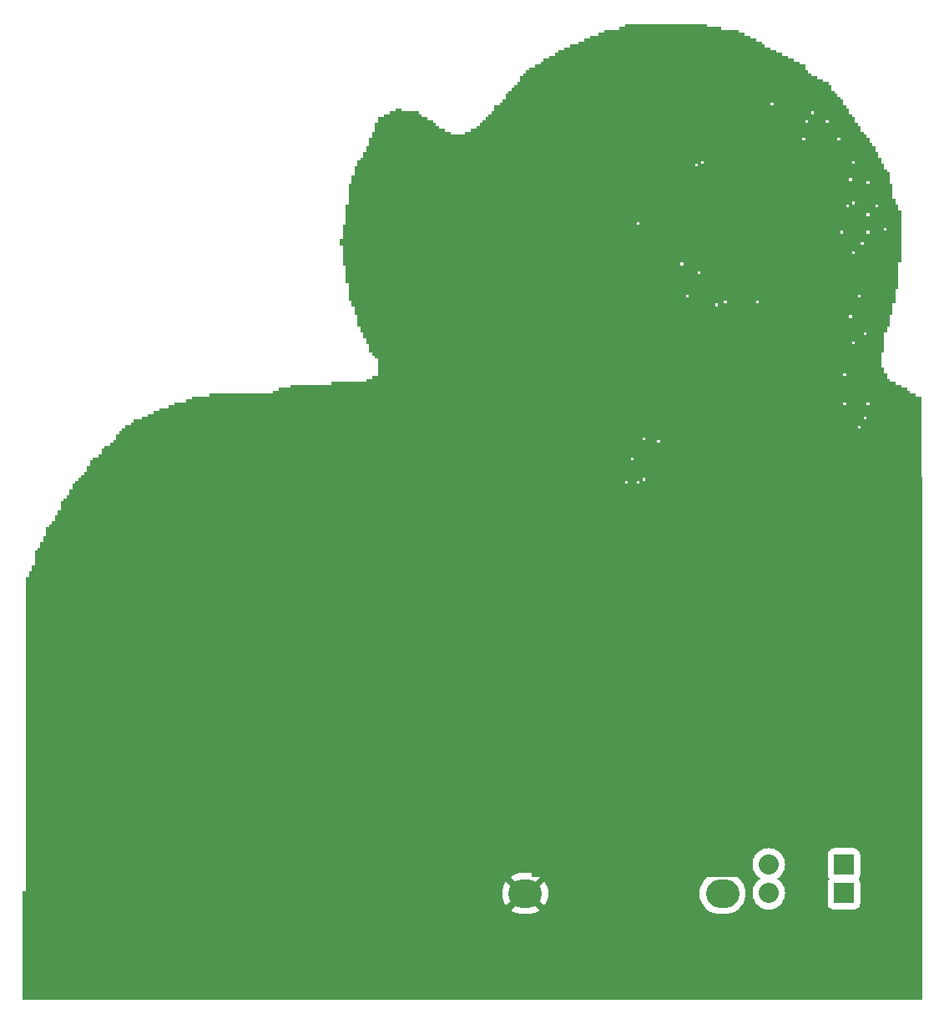
<source format=gtl>
G04 start of page 2 for group 3 layer_idx 0 *
G04 Title: (unknown), top_copper *
G04 Creator: pcb-rnd 3.1.5-dev *
G04 CreationDate: 2024-03-25 20:10:40 UTC *
G04 For: STEM4ukraine *
G04 Format: Gerber/RS-274X *
G04 PCB-Dimensions: 362205 393701 *
G04 PCB-Coordinate-Origin: lower left *
%MOIN*%
%FSLAX25Y25*%
%LNTOP_COPPER_NONE_3*%
%ADD16C,0.0335*%
%ADD15C,0.0394*%
%ADD14C,0.1220*%
%ADD13C,0.1142*%
%ADD12C,0.0800*%
%ADD11C,0.0001*%
G54D11*G36*
X334646Y210630D02*X361220D01*
Y1969D01*
X330000D01*
Y37988D01*
X333902D01*
X334000Y37980D01*
X334392Y38011D01*
X334392Y38011D01*
X334775Y38103D01*
X335138Y38254D01*
X335474Y38459D01*
X335773Y38715D01*
X336029Y39014D01*
X336234Y39350D01*
X336385Y39713D01*
X336477Y40096D01*
X336508Y40488D01*
X336500Y40586D01*
Y48390D01*
X336508Y48488D01*
X336477Y48880D01*
X336477Y48880D01*
X336385Y49263D01*
X336234Y49627D01*
X336029Y49962D01*
X335828Y50197D01*
X336029Y50432D01*
X336234Y50767D01*
X336385Y51131D01*
X336477Y51513D01*
X336508Y51906D01*
X336500Y52004D01*
Y59808D01*
X336508Y59906D01*
X336477Y60298D01*
X336477Y60298D01*
X336385Y60680D01*
X336234Y61044D01*
X336029Y61380D01*
X335773Y61679D01*
X335474Y61934D01*
X335138Y62140D01*
X334775Y62290D01*
X334392Y62382D01*
X334000Y62413D01*
X333902Y62406D01*
X330000D01*
Y205241D01*
X334646Y210630D01*
G37*
G36*
X330000Y205241D02*Y62406D01*
X326098D01*
X326000Y62413D01*
X325608Y62382D01*
X325608Y62382D01*
X325225Y62290D01*
X324862Y62140D01*
X324526Y61934D01*
X324227Y61679D01*
X323971Y61380D01*
X323766Y61044D01*
X323615Y60680D01*
X323523Y60298D01*
X323492Y59906D01*
X323500Y59808D01*
Y52003D01*
X323492Y51906D01*
X323523Y51513D01*
X323523Y51513D01*
X323615Y51131D01*
X323766Y50767D01*
X323971Y50432D01*
X324172Y50197D01*
X323971Y49962D01*
X323766Y49627D01*
X323615Y49263D01*
X323523Y48880D01*
X323492Y48488D01*
X323500Y48390D01*
Y40586D01*
X323492Y40488D01*
X323523Y40096D01*
X323523Y40096D01*
X323615Y39713D01*
X323766Y39350D01*
X323971Y39014D01*
X324227Y38715D01*
X324526Y38459D01*
X324862Y38254D01*
X325225Y38103D01*
X325608Y38011D01*
X326000Y37980D01*
X326098Y37988D01*
X330000D01*
Y1969D01*
X299990D01*
Y37969D01*
X300000Y37968D01*
X301020Y38048D01*
X302015Y38287D01*
X302960Y38679D01*
X303832Y39213D01*
X304610Y39878D01*
X305275Y40656D01*
X305809Y41528D01*
X306201Y42473D01*
X306440Y43468D01*
X306500Y44488D01*
X306440Y45508D01*
X306201Y46503D01*
X305809Y47448D01*
X305275Y48321D01*
X304610Y49099D01*
X303832Y49763D01*
X303124Y50197D01*
X303832Y50631D01*
X304610Y51295D01*
X305275Y52073D01*
X305809Y52945D01*
X306201Y53891D01*
X306440Y54886D01*
X306500Y55906D01*
X306440Y56925D01*
X306201Y57920D01*
X305809Y58866D01*
X305275Y59738D01*
X304610Y60516D01*
X303832Y61180D01*
X302960Y61715D01*
X302015Y62106D01*
X301020Y62345D01*
X300000Y62426D01*
X299990Y62425D01*
Y170429D01*
X330000Y205241D01*
G37*
G36*
X285433Y55118D02*Y153543D01*
X299990Y170429D01*
Y62425D01*
X298980Y62345D01*
X297985Y62106D01*
X297040Y61715D01*
X296168Y61180D01*
X295390Y60516D01*
X294725Y59738D01*
X294191Y58866D01*
X293799Y57920D01*
X293560Y56925D01*
X293480Y55906D01*
X293560Y54886D01*
X293799Y53891D01*
X294191Y52945D01*
X294725Y52073D01*
X295390Y51295D01*
X296168Y50631D01*
X296876Y50197D01*
X296168Y49763D01*
X295390Y49099D01*
X294725Y48321D01*
X294191Y47448D01*
X293799Y46503D01*
X293560Y45508D01*
X293480Y44488D01*
X293560Y43468D01*
X293799Y42473D01*
X294191Y41528D01*
X294725Y40656D01*
X295390Y39878D01*
X296168Y39213D01*
X297040Y38679D01*
X297985Y38287D01*
X298980Y38048D01*
X299990Y37969D01*
Y1969D01*
X281496D01*
Y36083D01*
X282480D01*
X283768Y36159D01*
X285025Y36460D01*
X286218Y36955D01*
X287320Y37630D01*
X288303Y38469D01*
X289142Y39452D01*
X289817Y40553D01*
X290311Y41747D01*
X290613Y43003D01*
X290714Y44291D01*
X290613Y45579D01*
X290311Y46836D01*
X289817Y48029D01*
X289142Y49131D01*
X288303Y50114D01*
X287320Y50953D01*
X286218Y51628D01*
X285025Y52122D01*
X283768Y52424D01*
X282480Y52500D01*
X281496D01*
Y55118D01*
X285433D01*
G37*
G36*
X281496D02*Y52500D01*
X280512D01*
X279224Y52424D01*
X277967Y52122D01*
X276774Y51628D01*
X275672Y50953D01*
X274690Y50114D01*
X273850Y49131D01*
X273175Y48029D01*
X272681Y46836D01*
X272379Y45579D01*
X272278Y44291D01*
X272379Y43003D01*
X272681Y41747D01*
X273175Y40553D01*
X273850Y39452D01*
X274690Y38469D01*
X275672Y37630D01*
X276774Y36955D01*
X277967Y36460D01*
X279224Y36159D01*
X280512Y36083D01*
X281496D01*
Y1969D01*
X208741D01*
Y41058D01*
X210377Y39422D01*
X210402Y39452D01*
X211077Y40553D01*
X211571Y41747D01*
X211873Y43003D01*
X211974Y44291D01*
X211873Y45579D01*
X211571Y46836D01*
X211077Y48029D01*
X210402Y49131D01*
X210377Y49160D01*
X208741Y47524D01*
Y55118D01*
X281496D01*
G37*
G36*
X208661Y92520D02*Y55118D01*
X208741D01*
Y47524D01*
X205508Y44291D01*
X208741Y41058D01*
Y1969D01*
X202756D01*
Y36083D01*
X203740D01*
X205028Y36159D01*
X206285Y36460D01*
X207478Y36955D01*
X208580Y37630D01*
X208609Y37655D01*
X202891Y43373D01*
X202854Y43405D01*
X202756Y43519D01*
X202756Y43519D01*
Y45064D01*
X202756Y45064D01*
X202854Y45178D01*
X202891Y45210D01*
X208609Y50928D01*
X208580Y50953D01*
X207478Y51628D01*
X206285Y52122D01*
X205028Y52424D01*
X203740Y52500D01*
X202756D01*
Y86614D01*
X208661Y92520D01*
G37*
G36*
X202756Y86614D02*Y52500D01*
X201772D01*
X200484Y52424D01*
X199227Y52122D01*
X198034Y51628D01*
X196932Y50953D01*
X196903Y50928D01*
X202621Y45210D01*
X202658Y45178D01*
X202756Y45064D01*
Y43519D01*
X202658Y43405D01*
X202621Y43373D01*
X196903Y37655D01*
X196932Y37630D01*
X198034Y36955D01*
X199227Y36460D01*
X200484Y36159D01*
X201772Y36083D01*
X202756D01*
Y1969D01*
X196771D01*
Y41058D01*
X200004Y44291D01*
X196771Y47524D01*
Y80629D01*
X202756Y86614D01*
G37*
G36*
X1969Y45276D02*X161417D01*
X196771Y80629D01*
Y47524D01*
X195135Y49160D01*
X195110Y49131D01*
X194435Y48029D01*
X193941Y46836D01*
X193639Y45579D01*
X193538Y44291D01*
X193639Y43003D01*
X193941Y41747D01*
X194435Y40553D01*
X195110Y39452D01*
X195135Y39422D01*
X196771Y41058D01*
Y1969D01*
X1969D01*
Y45276D01*
G37*
G36*
X275148Y391348D02*Y390148D01*
X242589D01*
Y391348D01*
X275148D01*
G37*
G36*
X280955Y390187D02*Y388986D01*
X240266D01*
Y390187D01*
X280955D01*
G37*
G36*
X292569Y386703D02*Y385502D01*
X228652D01*
Y386703D01*
X292569D01*
G37*
G36*
X287923Y389026D02*Y387825D01*
X234459D01*
Y389026D01*
X287923D01*
G37*
G36*
X290246Y387864D02*Y386663D01*
X232136D01*
Y387864D01*
X290246D01*
G37*
G36*
X294892Y385541D02*Y384341D01*
X226329D01*
Y385541D01*
X294892D01*
G37*
G36*
X297215Y384380D02*Y383179D01*
X224006D01*
Y384380D01*
X297215D01*
G37*
G36*
X298376Y383218D02*Y382018D01*
X220522D01*
Y383218D01*
X298376D01*
G37*
G36*
X300699Y382057D02*Y380856D01*
X218199D01*
Y382057D01*
X300699D01*
G37*
G36*
X303022Y380896D02*Y379695D01*
X215876D01*
Y380896D01*
X303022D01*
G37*
G36*
X305345Y379734D02*Y378533D01*
X214715D01*
Y379734D01*
X305345D01*
G37*
G36*
X307667Y378573D02*Y377372D01*
X212392D01*
Y378573D01*
X307667D01*
G37*
G36*
X309990Y377411D02*Y376211D01*
X210069D01*
Y377411D01*
X309990D01*
G37*
G36*
X312313Y376250D02*Y375049D01*
X208908D01*
Y376250D01*
X312313D01*
G37*
G36*
X314636Y375089D02*Y373888D01*
X206585D01*
Y375089D01*
X314636D01*
G37*
G36*
Y373927D02*Y372726D01*
X204262D01*
Y373927D01*
X314636D01*
G37*
G36*
X315797Y372766D02*Y371565D01*
X203100D01*
Y372766D01*
X315797D01*
G37*
G36*
X316959Y371604D02*Y370404D01*
X201939D01*
Y371604D01*
X316959D01*
G37*
G36*
X319282Y370443D02*Y369242D01*
X200778D01*
Y370443D01*
X319282D01*
G37*
G36*
X321604Y369282D02*Y368081D01*
X200778D01*
Y369282D01*
X321604D01*
G37*
G36*
X323927Y368120D02*Y366919D01*
X199616D01*
Y368120D01*
X323927D01*
G37*
G36*
X325089Y366959D02*Y365758D01*
X198455D01*
Y366959D01*
X325089D01*
G37*
G36*
Y365797D02*Y364596D01*
X197293D01*
Y365797D01*
X325089D01*
G37*
G36*
X326250Y364636D02*Y363435D01*
X196132D01*
Y364636D01*
X326250D01*
G37*
G36*
X327412Y363474D02*Y362274D01*
X194971D01*
Y363474D01*
X327412D01*
G37*
G36*
X328573Y362313D02*Y361112D01*
X194971D01*
Y362313D01*
X328573D01*
G37*
G36*
X329734Y361152D02*Y359951D01*
X193809D01*
Y361152D01*
X329734D01*
G37*
G36*
X300699Y359990D02*Y358789D01*
X192648D01*
Y359990D01*
X300699D01*
G37*
G36*
X329734D02*Y358789D01*
X301821D01*
Y359990D01*
X329734D01*
G37*
G36*
X330896Y358829D02*Y357628D01*
X190325D01*
Y358829D01*
X330896D01*
G37*
G36*
X332057Y357667D02*Y356467D01*
X190325D01*
Y357667D01*
X332057D01*
G37*
G36*
X316959Y356506D02*Y355305D01*
X189163D01*
Y356506D01*
X316959D01*
G37*
G36*
X333219Y355344D02*Y354144D01*
X188002D01*
Y355344D01*
X333219D01*
G37*
G36*
X332057Y356506D02*Y355305D01*
X318081D01*
Y356506D01*
X332057D01*
G37*
G36*
X334380Y354183D02*Y352982D01*
X186841D01*
Y354183D01*
X334380D01*
G37*
G36*
X314636Y353022D02*Y351821D01*
X185679D01*
Y353022D01*
X314636D01*
G37*
G36*
X322766D02*Y351821D01*
X315758D01*
Y353022D01*
X322766D01*
G37*
G36*
X334380D02*Y351821D01*
X323888D01*
Y353022D01*
X334380D01*
G37*
G36*
X335542Y351860D02*Y350659D01*
X184518D01*
Y351860D01*
X335542D01*
G37*
G36*
X336703Y350699D02*Y349498D01*
X183356D01*
Y350699D01*
X336703D01*
G37*
G36*
Y349537D02*Y348337D01*
X181034D01*
Y349537D01*
X336703D01*
G37*
G36*
X339026Y347215D02*Y346014D01*
X141545D01*
Y347215D01*
X339026D01*
G37*
G36*
X313475Y346053D02*Y344852D01*
X140384D01*
Y346053D01*
X313475D01*
G37*
G36*
X327412D02*Y344852D01*
X314597D01*
Y346053D01*
X327412D01*
G37*
G36*
X337864Y348376D02*Y347175D01*
X178711D01*
Y348376D01*
X337864D01*
G37*
G36*
X340187Y346053D02*Y344852D01*
X328534D01*
Y346053D01*
X340187D01*
G37*
G36*
Y344892D02*Y343691D01*
X140384D01*
Y344892D01*
X340187D01*
G37*
G36*
X341349Y343730D02*Y342530D01*
X140384D01*
Y343730D01*
X341349D01*
G37*
G36*
X342510Y342569D02*Y341368D01*
X139223D01*
Y342569D01*
X342510D01*
G37*
G36*
Y341407D02*Y340207D01*
X139223D01*
Y341407D01*
X342510D01*
G37*
G36*
X343671Y340246D02*Y339045D01*
X138061D01*
Y340246D01*
X343671D01*
G37*
G36*
Y339085D02*Y337884D01*
X138061D01*
Y339085D01*
X343671D01*
G37*
G36*
X272825Y336762D02*Y335561D01*
X135738D01*
Y336762D01*
X272825D01*
G37*
G36*
X270502Y335600D02*Y334400D01*
X135738D01*
Y335600D01*
X270502D01*
G37*
G36*
X345994D02*Y334400D01*
X271624D01*
Y335600D01*
X345994D01*
G37*
G36*
X344833Y337923D02*Y336722D01*
X136900D01*
Y337923D01*
X344833D01*
G37*
G36*
X333219Y336762D02*Y335561D01*
X273947D01*
Y336762D01*
X333219D01*
G37*
G36*
X344833D02*Y335561D01*
X334341D01*
Y336762D01*
X344833D01*
G37*
G36*
X345994Y334439D02*Y333238D01*
X134577D01*
Y334439D01*
X345994D01*
G37*
G36*
X347156Y333278D02*Y332077D01*
X134577D01*
Y333278D01*
X347156D01*
G37*
G36*
X348317Y332116D02*Y330915D01*
X134577D01*
Y332116D01*
X348317D01*
G37*
G36*
Y330955D02*Y329754D01*
X133415D01*
Y330955D01*
X348317D01*
G37*
G36*
X332057Y329793D02*Y328593D01*
X133415D01*
Y329793D01*
X332057D01*
G37*
G36*
X339026Y328632D02*Y327431D01*
X133415D01*
Y328632D01*
X339026D01*
G37*
G36*
X348317Y329793D02*Y328593D01*
X333179D01*
Y329793D01*
X348317D01*
G37*
G36*
Y328632D02*Y327431D01*
X340148D01*
Y328632D01*
X348317D01*
G37*
G36*
X349479Y327470D02*Y326270D01*
X132254D01*
Y327470D01*
X349479D01*
G37*
G36*
Y326309D02*Y325108D01*
X132254D01*
Y326309D01*
X349479D01*
G37*
G36*
Y325148D02*Y323947D01*
X132254D01*
Y325148D01*
X349479D01*
G37*
G36*
Y323986D02*Y322785D01*
X132254D01*
Y323986D01*
X349479D01*
G37*
G36*
Y322825D02*Y321624D01*
X132254D01*
Y322825D01*
X349479D01*
G37*
G36*
X350640Y321663D02*Y320463D01*
X132254D01*
Y321663D01*
X350640D01*
G37*
G36*
X333219Y320502D02*Y319301D01*
X132254D01*
Y320502D01*
X333219D01*
G37*
G36*
X330896Y319341D02*Y318140D01*
X131093D01*
Y319341D01*
X330896D01*
G37*
G36*
X351801Y318179D02*Y316978D01*
X131093D01*
Y318179D01*
X351801D01*
G37*
G36*
X350640Y320502D02*Y319301D01*
X334341D01*
Y320502D01*
X350640D01*
G37*
G36*
X342510Y319341D02*Y318140D01*
X332018D01*
Y319341D01*
X342510D01*
G37*
G36*
X351801D02*Y318140D01*
X343632D01*
Y319341D01*
X351801D01*
G37*
G36*
X352963Y317018D02*Y315817D01*
X131093D01*
Y317018D01*
X352963D01*
G37*
G36*
X339026Y315856D02*Y314655D01*
X131093D01*
Y315856D01*
X339026D01*
G37*
G36*
X352963D02*Y314655D01*
X340148D01*
Y315856D01*
X352963D01*
G37*
G36*
Y314695D02*Y313494D01*
X131093D01*
Y314695D01*
X352963D01*
G37*
G36*
X247274Y312372D02*Y311171D01*
X131093D01*
Y312372D01*
X247274D01*
G37*
G36*
X345994Y310049D02*Y308848D01*
X129931D01*
Y310049D01*
X345994D01*
G37*
G36*
X352963D02*Y308848D01*
X347116D01*
Y310049D01*
X352963D01*
G37*
G36*
Y313533D02*Y312333D01*
X131093D01*
Y313533D01*
X352963D01*
G37*
G36*
Y312372D02*Y311171D01*
X248396D01*
Y312372D01*
X352963D01*
G37*
G36*
Y311211D02*Y310010D01*
X129931D01*
Y311211D01*
X352963D01*
G37*
G36*
X328573Y308888D02*Y307687D01*
X129931D01*
Y308888D01*
X328573D01*
G37*
G36*
X339026D02*Y307687D01*
X329695D01*
Y308888D01*
X339026D01*
G37*
G36*
X352963D02*Y307687D01*
X340148D01*
Y308888D01*
X352963D01*
G37*
G36*
Y307726D02*Y306526D01*
X129931D01*
Y307726D01*
X352963D01*
G37*
G36*
Y306565D02*Y305364D01*
X129931D01*
Y306565D01*
X352963D01*
G37*
G36*
Y305404D02*Y304203D01*
X128770D01*
Y305404D01*
X352963D01*
G37*
G36*
X336703Y304242D02*Y303041D01*
X128770D01*
Y304242D01*
X336703D01*
G37*
G36*
X352963D02*Y303041D01*
X337825D01*
Y304242D01*
X352963D01*
G37*
G36*
Y303081D02*Y301880D01*
X129931D01*
Y303081D01*
X352963D01*
G37*
G36*
Y301919D02*Y300718D01*
X129931D01*
Y301919D01*
X352963D01*
G37*
G36*
X333219Y300758D02*Y299557D01*
X129931D01*
Y300758D01*
X333219D01*
G37*
G36*
X352963D02*Y299557D01*
X334341D01*
Y300758D01*
X352963D01*
G37*
G36*
Y299596D02*Y298396D01*
X129931D01*
Y299596D01*
X352963D01*
G37*
G36*
Y298435D02*Y297234D01*
X129931D01*
Y298435D01*
X352963D01*
G37*
G36*
X264695Y296112D02*Y294911D01*
X129931D01*
Y296112D01*
X264695D01*
G37*
G36*
X351801Y294951D02*Y293750D01*
X131093D01*
Y294951D01*
X351801D01*
G37*
G36*
X352963Y297274D02*Y296073D01*
X129931D01*
Y297274D01*
X352963D01*
G37*
G36*
X351801Y296112D02*Y294911D01*
X265817D01*
Y296112D01*
X351801D01*
G37*
G36*
Y293789D02*Y292589D01*
X131093D01*
Y293789D01*
X351801D01*
G37*
G36*
X271664Y292628D02*Y291427D01*
X131093D01*
Y292628D01*
X271664D01*
G37*
G36*
X351801D02*Y291427D01*
X272786D01*
Y292628D01*
X351801D01*
G37*
G36*
Y291467D02*Y290266D01*
X131093D01*
Y291467D01*
X351801D01*
G37*
G36*
Y290305D02*Y289104D01*
X131093D01*
Y290305D01*
X351801D01*
G37*
G36*
Y289144D02*Y287943D01*
X131093D01*
Y289144D01*
X351801D01*
G37*
G36*
Y287982D02*Y286781D01*
X132254D01*
Y287982D01*
X351801D01*
G37*
G36*
X350640Y285659D02*Y284459D01*
X132254D01*
Y285659D01*
X350640D01*
G37*
G36*
X267018Y283337D02*Y282136D01*
X132254D01*
Y283337D01*
X267018D01*
G37*
G36*
X351801Y286821D02*Y285620D01*
X132254D01*
Y286821D01*
X351801D01*
G37*
G36*
X350640Y284498D02*Y283297D01*
X132254D01*
Y284498D01*
X350640D01*
G37*
G36*
X335542Y283337D02*Y282136D01*
X268140D01*
Y283337D01*
X335542D01*
G37*
G36*
X350640D02*Y282136D01*
X336664D01*
Y283337D01*
X350640D01*
G37*
G36*
Y282175D02*Y280974D01*
X132254D01*
Y282175D01*
X350640D01*
G37*
G36*
X282116Y281014D02*Y279813D01*
X133415D01*
Y281014D01*
X282116D01*
G37*
G36*
X278632Y279852D02*Y278651D01*
X133415D01*
Y279852D01*
X278632D01*
G37*
G36*
X349479Y278691D02*Y277490D01*
X134577D01*
Y278691D01*
X349479D01*
G37*
G36*
Y277529D02*Y276329D01*
X134577D01*
Y277529D01*
X349479D01*
G37*
G36*
Y276368D02*Y275167D01*
X134577D01*
Y276368D01*
X349479D01*
G37*
G36*
X332057Y275207D02*Y274006D01*
X135738D01*
Y275207D01*
X332057D01*
G37*
G36*
X348317D02*Y274006D01*
X333179D01*
Y275207D01*
X348317D01*
G37*
G36*
Y274045D02*Y272844D01*
X135738D01*
Y274045D01*
X348317D01*
G37*
G36*
Y272884D02*Y271683D01*
X135738D01*
Y272884D01*
X348317D01*
G37*
G36*
Y271722D02*Y270522D01*
X135738D01*
Y271722D01*
X348317D01*
G37*
G36*
X347156Y270561D02*Y269360D01*
X136900D01*
Y270561D01*
X347156D01*
G37*
G36*
X337864Y268238D02*Y267037D01*
X138061D01*
Y268238D01*
X337864D01*
G37*
G36*
X345994Y267077D02*Y265876D01*
X138061D01*
Y267077D01*
X345994D01*
G37*
G36*
X347156Y269400D02*Y268199D01*
X136900D01*
Y269400D01*
X347156D01*
G37*
G36*
X345994Y268238D02*Y267037D01*
X338986D01*
Y268238D01*
X345994D01*
G37*
G36*
Y265915D02*Y264714D01*
X139223D01*
Y265915D01*
X345994D01*
G37*
G36*
X333219Y264754D02*Y263553D01*
X139223D01*
Y264754D01*
X333219D01*
G37*
G36*
X345994D02*Y263553D01*
X334341D01*
Y264754D01*
X345994D01*
G37*
G36*
Y263592D02*Y262392D01*
X140384D01*
Y263592D01*
X345994D01*
G37*
G36*
Y262431D02*Y261230D01*
X140384D01*
Y262431D01*
X345994D01*
G37*
G36*
Y261270D02*Y260069D01*
X140384D01*
Y261270D01*
X345994D01*
G37*
G36*
X344833Y260108D02*Y258907D01*
X141545D01*
Y260108D01*
X344833D01*
G37*
G36*
Y258947D02*Y257746D01*
X142707D01*
Y258947D01*
X344833D01*
G37*
G36*
Y257785D02*Y256585D01*
X143868D01*
Y257785D01*
X344833D01*
G37*
G36*
Y256624D02*Y255423D01*
X143868D01*
Y256624D01*
X344833D01*
G37*
G36*
Y255462D02*Y254262D01*
X143868D01*
Y255462D01*
X344833D01*
G37*
G36*
X345994Y254301D02*Y253100D01*
X143868D01*
Y254301D01*
X345994D01*
G37*
G36*
Y253140D02*Y251939D01*
X143868D01*
Y253140D01*
X345994D01*
G37*
G36*
X329734Y251978D02*Y250777D01*
X143868D01*
Y251978D01*
X329734D01*
G37*
G36*
X347156D02*Y250777D01*
X330856D01*
Y251978D01*
X347156D01*
G37*
G36*
Y250817D02*Y249616D01*
X141545D01*
Y250817D01*
X347156D01*
G37*
G36*
X348317Y249655D02*Y248455D01*
X139223D01*
Y249655D01*
X348317D01*
G37*
G36*
X350640Y248494D02*Y247293D01*
X125285D01*
Y248494D01*
X350640D01*
G37*
G36*
X352963Y247333D02*Y246132D01*
X109026D01*
Y247333D01*
X352963D01*
G37*
G36*
X355286Y246171D02*Y244970D01*
X104380D01*
Y246171D01*
X355286D01*
G37*
G36*
X356447Y245010D02*Y243809D01*
X102057D01*
Y245010D01*
X356447D01*
G37*
G36*
X358770Y243848D02*Y242648D01*
X76506D01*
Y243848D01*
X358770D01*
G37*
G36*
X361093Y242687D02*Y241486D01*
X69537D01*
Y242687D01*
X361093D01*
G37*
G36*
Y241525D02*Y240325D01*
X67215D01*
Y241525D01*
X361093D01*
G37*
G36*
X329734Y240364D02*Y239163D01*
X62569D01*
Y240364D01*
X329734D01*
G37*
G36*
X361093Y236880D02*Y235679D01*
X54439D01*
Y236880D01*
X361093D01*
G37*
G36*
X337864Y234557D02*Y233356D01*
X49793D01*
Y234557D01*
X337864D01*
G37*
G36*
X361093D02*Y233356D01*
X338986D01*
Y234557D01*
X361093D01*
G37*
G36*
Y239203D02*Y238002D01*
X60246D01*
Y239203D01*
X361093D01*
G37*
G36*
Y238041D02*Y236840D01*
X56762D01*
Y238041D01*
X361093D01*
G37*
G36*
Y235718D02*Y234518D01*
X52116D01*
Y235718D01*
X361093D01*
G37*
G36*
Y233396D02*Y232195D01*
X46309D01*
Y233396D01*
X361093D01*
G37*
G36*
Y232234D02*Y231033D01*
X45148D01*
Y232234D01*
X361093D01*
G37*
G36*
X335542Y231073D02*Y229872D01*
X42825D01*
Y231073D01*
X335542D01*
G37*
G36*
X361093Y228750D02*Y227549D01*
X40502D01*
Y228750D01*
X361093D01*
G37*
G36*
Y227588D02*Y226388D01*
X39341D01*
Y227588D01*
X361093D01*
G37*
G36*
X249597Y226427D02*Y225226D01*
X39341D01*
Y226427D01*
X249597D01*
G37*
G36*
X255404Y225266D02*Y224065D01*
X38179D01*
Y225266D01*
X255404D01*
G37*
G36*
X361093D02*Y224065D01*
X256526D01*
Y225266D01*
X361093D01*
G37*
G36*
Y229911D02*Y228711D01*
X41663D01*
Y229911D01*
X361093D01*
G37*
G36*
Y226427D02*Y225226D01*
X250719D01*
Y226427D01*
X361093D01*
G37*
G36*
Y224104D02*Y222903D01*
X37018D01*
Y224104D01*
X361093D01*
G37*
G36*
Y222943D02*Y221742D01*
X34695D01*
Y222943D01*
X361093D01*
G37*
G36*
Y221781D02*Y220581D01*
X33534D01*
Y221781D01*
X361093D01*
G37*
G36*
Y219459D02*Y218258D01*
X32372D01*
Y219459D01*
X361093D01*
G37*
G36*
X244951Y218297D02*Y217096D01*
X30049D01*
Y218297D01*
X244951D01*
G37*
G36*
X361093Y217136D02*Y215935D01*
X28888D01*
Y217136D01*
X361093D01*
G37*
G36*
Y220620D02*Y219419D01*
X33534D01*
Y220620D01*
X361093D01*
G37*
G36*
Y218297D02*Y217096D01*
X246073D01*
Y218297D01*
X361093D01*
G37*
G36*
Y215974D02*Y214773D01*
X28888D01*
Y215974D01*
X361093D01*
G37*
G36*
Y214813D02*Y213612D01*
X27726D01*
Y214813D01*
X361093D01*
G37*
G36*
Y213651D02*Y212451D01*
X27726D01*
Y213651D01*
X361093D01*
G37*
G36*
Y212490D02*Y211289D01*
X26565D01*
Y212490D01*
X361093D01*
G37*
G36*
Y211329D02*Y210128D01*
X25404D01*
Y211329D01*
X361093D01*
G37*
G36*
X249597Y210167D02*Y208966D01*
X24242D01*
Y210167D01*
X249597D01*
G37*
G36*
X242628Y209006D02*Y207805D01*
X23081D01*
Y209006D01*
X242628D01*
G37*
G36*
X247274D02*Y207805D01*
X243750D01*
Y209006D01*
X247274D01*
G37*
G36*
X361093Y210167D02*Y208966D01*
X250719D01*
Y210167D01*
X361093D01*
G37*
G36*
Y209006D02*Y207805D01*
X248396D01*
Y209006D01*
X361093D01*
G37*
G36*
Y207844D02*Y206644D01*
X21919D01*
Y207844D01*
X361093D01*
G37*
G36*
Y206683D02*Y205482D01*
X21919D01*
Y206683D01*
X361093D01*
G37*
G36*
Y205522D02*Y204321D01*
X20758D01*
Y205522D01*
X361093D01*
G37*
G36*
Y204360D02*Y203159D01*
X20758D01*
Y204360D01*
X361093D01*
G37*
G36*
Y203199D02*Y201998D01*
X19597D01*
Y203199D01*
X361093D01*
G37*
G36*
X333219Y199714D02*Y198514D01*
X17274D01*
Y199714D01*
X333219D01*
G37*
G36*
Y198553D02*Y197352D01*
X17274D01*
Y198553D01*
X333219D01*
G37*
G36*
Y197392D02*Y196191D01*
X16112D01*
Y197392D01*
X333219D01*
G37*
G36*
Y196230D02*Y195029D01*
X16112D01*
Y196230D01*
X333219D01*
G37*
G36*
Y195069D02*Y193868D01*
X14951D01*
Y195069D01*
X333219D01*
G37*
G36*
X361093Y202037D02*Y200836D01*
X18435D01*
Y202037D01*
X361093D01*
G37*
G36*
Y200876D02*Y199675D01*
X17274D01*
Y200876D01*
X361093D01*
G37*
G36*
X333219Y193907D02*Y192707D01*
X14951D01*
Y193907D01*
X333219D01*
G37*
G36*
Y192746D02*Y191545D01*
X13789D01*
Y192746D01*
X333219D01*
G37*
G36*
Y191585D02*Y190384D01*
X12628D01*
Y191585D01*
X333219D01*
G37*
G36*
Y190423D02*Y189222D01*
X11467D01*
Y190423D01*
X333219D01*
G37*
G36*
Y189262D02*Y188061D01*
X11467D01*
Y189262D01*
X333219D01*
G37*
G36*
Y186939D02*Y185738D01*
X10305D01*
Y186939D01*
X333219D01*
G37*
G36*
Y188100D02*Y186899D01*
X11467D01*
Y188100D01*
X333219D01*
G37*
G36*
Y185777D02*Y184577D01*
X10305D01*
Y185777D01*
X333219D01*
G37*
G36*
Y184616D02*Y183415D01*
X9144D01*
Y184616D01*
X333219D01*
G37*
G36*
Y183455D02*Y182254D01*
X9144D01*
Y183455D01*
X333219D01*
G37*
G36*
Y182293D02*Y181092D01*
X7982D01*
Y182293D01*
X333219D01*
G37*
G36*
Y181132D02*Y179931D01*
X6821D01*
Y181132D01*
X333219D01*
G37*
G36*
Y179970D02*Y178770D01*
X6821D01*
Y179970D01*
X333219D01*
G37*
G36*
Y178809D02*Y177608D01*
X6821D01*
Y178809D01*
X333219D01*
G37*
G36*
Y177647D02*Y176447D01*
X6821D01*
Y177647D01*
X333219D01*
G37*
G36*
Y175325D02*Y174124D01*
X5659D01*
Y175325D01*
X333219D01*
G37*
G36*
Y176486D02*Y175285D01*
X6821D01*
Y176486D01*
X333219D01*
G37*
G36*
Y174163D02*Y172962D01*
X5659D01*
Y174163D01*
X333219D01*
G37*
G36*
Y173002D02*Y171801D01*
X4498D01*
Y173002D01*
X333219D01*
G37*
G36*
X308829Y171840D02*Y170640D01*
X4498D01*
Y171840D01*
X308829D01*
G37*
G36*
Y170679D02*Y169478D01*
X3337D01*
Y170679D01*
X308829D01*
G37*
G36*
Y169518D02*Y168317D01*
X3337D01*
Y169518D01*
X308829D01*
G37*
G36*
Y168356D02*Y167155D01*
X3337D01*
Y168356D01*
X308829D01*
G37*
G36*
Y167195D02*Y165994D01*
X3337D01*
Y167195D01*
X308829D01*
G37*
G36*
Y166033D02*Y164833D01*
X3337D01*
Y166033D01*
X308829D01*
G37*
G36*
Y164872D02*Y163671D01*
X3337D01*
Y164872D01*
X308829D01*
G37*
G36*
Y163710D02*Y162510D01*
X3337D01*
Y163710D01*
X308829D01*
G37*
G36*
Y162549D02*Y161348D01*
X3337D01*
Y162549D01*
X308829D01*
G37*
G36*
Y161388D02*Y160187D01*
X3337D01*
Y161388D01*
X308829D01*
G37*
G36*
Y160226D02*Y159025D01*
X3337D01*
Y160226D01*
X308829D01*
G37*
G36*
Y159065D02*Y157864D01*
X3337D01*
Y159065D01*
X308829D01*
G37*
G36*
Y157903D02*Y156703D01*
X3337D01*
Y157903D01*
X308829D01*
G37*
G36*
Y156742D02*Y155541D01*
X3337D01*
Y156742D01*
X308829D01*
G37*
G36*
Y155581D02*Y154380D01*
X3337D01*
Y155581D01*
X308829D01*
G37*
G36*
Y154419D02*Y153218D01*
X3337D01*
Y154419D01*
X308829D01*
G37*
G36*
Y153258D02*Y152057D01*
X3337D01*
Y153258D01*
X308829D01*
G37*
G36*
Y152096D02*Y150896D01*
X3337D01*
Y152096D01*
X308829D01*
G37*
G36*
Y150935D02*Y149734D01*
X3337D01*
Y150935D01*
X308829D01*
G37*
G36*
Y149773D02*Y148573D01*
X3337D01*
Y149773D01*
X308829D01*
G37*
G36*
X289085Y148612D02*Y147411D01*
X3337D01*
Y148612D01*
X289085D01*
G37*
G36*
Y147451D02*Y146250D01*
X3337D01*
Y147451D01*
X289085D01*
G37*
G36*
Y146289D02*Y145088D01*
X3337D01*
Y146289D01*
X289085D01*
G37*
G36*
Y145128D02*Y143927D01*
X3337D01*
Y145128D01*
X289085D01*
G37*
G36*
Y143966D02*Y142766D01*
X3337D01*
Y143966D01*
X289085D01*
G37*
G36*
Y142805D02*Y141604D01*
X3337D01*
Y142805D01*
X289085D01*
G37*
G36*
Y141644D02*Y140443D01*
X3337D01*
Y141644D01*
X289085D01*
G37*
G36*
Y140482D02*Y139281D01*
X3337D01*
Y140482D01*
X289085D01*
G37*
G36*
Y139321D02*Y138120D01*
X3337D01*
Y139321D01*
X289085D01*
G37*
G36*
Y138159D02*Y136958D01*
X3337D01*
Y138159D01*
X289085D01*
G37*
G36*
Y136998D02*Y135797D01*
X3337D01*
Y136998D01*
X289085D01*
G37*
G36*
Y135836D02*Y134636D01*
X3337D01*
Y135836D01*
X289085D01*
G37*
G36*
Y134675D02*Y133474D01*
X3337D01*
Y134675D01*
X289085D01*
G37*
G36*
Y133514D02*Y132313D01*
X3337D01*
Y133514D01*
X289085D01*
G37*
G36*
Y132352D02*Y131151D01*
X3337D01*
Y132352D01*
X289085D01*
G37*
G36*
Y131191D02*Y129990D01*
X3337D01*
Y131191D01*
X289085D01*
G37*
G36*
Y130029D02*Y128829D01*
X3337D01*
Y130029D01*
X289085D01*
G37*
G36*
Y128868D02*Y127667D01*
X3337D01*
Y128868D01*
X289085D01*
G37*
G36*
Y127707D02*Y126506D01*
X3337D01*
Y127707D01*
X289085D01*
G37*
G36*
Y126545D02*Y125344D01*
X3337D01*
Y126545D01*
X289085D01*
G37*
G36*
Y125384D02*Y124183D01*
X3337D01*
Y125384D01*
X289085D01*
G37*
G36*
Y124222D02*Y123021D01*
X3337D01*
Y124222D01*
X289085D01*
G37*
G36*
Y123061D02*Y121860D01*
X3337D01*
Y123061D01*
X289085D01*
G37*
G36*
Y121899D02*Y120699D01*
X3337D01*
Y121899D01*
X289085D01*
G37*
G36*
Y120738D02*Y119537D01*
X3337D01*
Y120738D01*
X289085D01*
G37*
G36*
Y119577D02*Y118376D01*
X3337D01*
Y119577D01*
X289085D01*
G37*
G36*
Y118415D02*Y117214D01*
X3337D01*
Y118415D01*
X289085D01*
G37*
G36*
Y117254D02*Y116053D01*
X3337D01*
Y117254D01*
X289085D01*
G37*
G36*
Y116092D02*Y114892D01*
X3337D01*
Y116092D01*
X289085D01*
G37*
G36*
Y114931D02*Y113730D01*
X3337D01*
Y114931D01*
X289085D01*
G37*
G36*
Y113770D02*Y112569D01*
X3337D01*
Y113770D01*
X289085D01*
G37*
G36*
Y112608D02*Y111407D01*
X3337D01*
Y112608D01*
X289085D01*
G37*
G36*
Y111447D02*Y110246D01*
X3337D01*
Y111447D01*
X289085D01*
G37*
G36*
Y110285D02*Y109084D01*
X3337D01*
Y110285D01*
X289085D01*
G37*
G36*
Y109124D02*Y107923D01*
X3337D01*
Y109124D01*
X289085D01*
G37*
G36*
Y107962D02*Y106762D01*
X3337D01*
Y107962D01*
X289085D01*
G37*
G36*
Y106801D02*Y105600D01*
X3337D01*
Y106801D01*
X289085D01*
G37*
G36*
Y105640D02*Y104439D01*
X3337D01*
Y105640D01*
X289085D01*
G37*
G36*
Y104478D02*Y103277D01*
X3337D01*
Y104478D01*
X289085D01*
G37*
G36*
Y103317D02*Y102116D01*
X3337D01*
Y103317D01*
X289085D01*
G37*
G36*
Y102155D02*Y100955D01*
X3337D01*
Y102155D01*
X289085D01*
G37*
G36*
Y100994D02*Y99793D01*
X3337D01*
Y100994D01*
X289085D01*
G37*
G36*
Y99832D02*Y98632D01*
X3337D01*
Y99832D01*
X289085D01*
G37*
G36*
Y98671D02*Y97470D01*
X3337D01*
Y98671D01*
X289085D01*
G37*
G36*
Y97510D02*Y96309D01*
X3337D01*
Y97510D01*
X289085D01*
G37*
G36*
Y96348D02*Y95147D01*
X3337D01*
Y96348D01*
X289085D01*
G37*
G36*
Y95187D02*Y93986D01*
X3337D01*
Y95187D01*
X289085D01*
G37*
G36*
Y94025D02*Y92825D01*
X3337D01*
Y94025D01*
X289085D01*
G37*
G36*
Y92864D02*Y91663D01*
X3337D01*
Y92864D01*
X289085D01*
G37*
G36*
Y91703D02*Y90502D01*
X3337D01*
Y91703D01*
X289085D01*
G37*
G36*
Y90541D02*Y89340D01*
X3337D01*
Y90541D01*
X289085D01*
G37*
G36*
Y89380D02*Y88179D01*
X3337D01*
Y89380D01*
X289085D01*
G37*
G36*
Y88218D02*Y87018D01*
X3337D01*
Y88218D01*
X289085D01*
G37*
G36*
Y87057D02*Y85856D01*
X3337D01*
Y87057D01*
X289085D01*
G37*
G36*
Y85895D02*Y84695D01*
X3337D01*
Y85895D01*
X289085D01*
G37*
G36*
Y84734D02*Y83533D01*
X3337D01*
Y84734D01*
X289085D01*
G37*
G36*
Y83573D02*Y82372D01*
X3337D01*
Y83573D01*
X289085D01*
G37*
G36*
Y82411D02*Y81210D01*
X3337D01*
Y82411D01*
X289085D01*
G37*
G36*
Y81250D02*Y80049D01*
X3337D01*
Y81250D01*
X289085D01*
G37*
G36*
Y80088D02*Y78888D01*
X3337D01*
Y80088D01*
X289085D01*
G37*
G36*
Y78927D02*Y77726D01*
X3337D01*
Y78927D01*
X289085D01*
G37*
G36*
Y77766D02*Y76565D01*
X3337D01*
Y77766D01*
X289085D01*
G37*
G36*
X196171Y76604D02*Y75403D01*
X3337D01*
Y76604D01*
X196171D01*
G37*
G36*
X289085D02*Y75403D01*
X205423D01*
Y76604D01*
X289085D01*
G37*
G36*
Y75443D02*Y74242D01*
X205423D01*
Y75443D01*
X289085D01*
G37*
G36*
Y74281D02*Y73081D01*
X205423D01*
Y74281D01*
X289085D01*
G37*
G36*
Y73120D02*Y71919D01*
X205423D01*
Y73120D01*
X289085D01*
G37*
G36*
Y71958D02*Y70758D01*
X205423D01*
Y71958D01*
X289085D01*
G37*
G36*
Y70797D02*Y69596D01*
X205423D01*
Y70797D01*
X289085D01*
G37*
G36*
Y69636D02*Y68435D01*
X205423D01*
Y69636D01*
X289085D01*
G37*
G36*
Y68474D02*Y67273D01*
X205423D01*
Y68474D01*
X289085D01*
G37*
G36*
Y67313D02*Y66112D01*
X205423D01*
Y67313D01*
X289085D01*
G37*
G36*
Y66151D02*Y64951D01*
X205423D01*
Y66151D01*
X289085D01*
G37*
G36*
Y64990D02*Y63789D01*
X205423D01*
Y64990D01*
X289085D01*
G37*
G36*
Y63829D02*Y62628D01*
X205423D01*
Y63829D01*
X289085D01*
G37*
G36*
Y62667D02*Y61466D01*
X205423D01*
Y62667D01*
X289085D01*
G37*
G36*
Y61506D02*Y60305D01*
X205423D01*
Y61506D01*
X289085D01*
G37*
G36*
Y60344D02*Y59143D01*
X205423D01*
Y60344D01*
X289085D01*
G37*
G36*
Y59183D02*Y57982D01*
X205423D01*
Y59183D01*
X289085D01*
G37*
G36*
Y58021D02*Y56821D01*
X205423D01*
Y58021D01*
X289085D01*
G37*
G36*
Y56860D02*Y55659D01*
X205423D01*
Y56860D01*
X289085D01*
G37*
G36*
Y55699D02*Y54498D01*
X205423D01*
Y55699D01*
X289085D01*
G37*
G36*
Y54537D02*Y53336D01*
X205423D01*
Y54537D01*
X289085D01*
G37*
G36*
Y53376D02*Y52175D01*
X205423D01*
Y53376D01*
X289085D01*
G37*
G36*
Y52214D02*Y51014D01*
X205423D01*
Y52214D01*
X289085D01*
G37*
G36*
X196171Y75443D02*Y74242D01*
X3337D01*
Y75443D01*
X196171D01*
G37*
G36*
Y74281D02*Y73081D01*
X3337D01*
Y74281D01*
X196171D01*
G37*
G36*
X190364Y69636D02*Y68435D01*
X3337D01*
Y69636D01*
X190364D01*
G37*
G36*
Y68474D02*Y67273D01*
X3337D01*
Y68474D01*
X190364D01*
G37*
G36*
X196171Y73120D02*Y71919D01*
X3337D01*
Y73120D01*
X196171D01*
G37*
G36*
Y71958D02*Y70758D01*
X3337D01*
Y71958D01*
X196171D01*
G37*
G36*
Y70797D02*Y69596D01*
X3337D01*
Y70797D01*
X196171D01*
G37*
G36*
X190364Y67313D02*Y66112D01*
X3337D01*
Y67313D01*
X190364D01*
G37*
G36*
Y66151D02*Y64951D01*
X3337D01*
Y66151D01*
X190364D01*
G37*
G36*
Y64990D02*Y63789D01*
X3337D01*
Y64990D01*
X190364D01*
G37*
G36*
Y63829D02*Y62628D01*
X3337D01*
Y63829D01*
X190364D01*
G37*
G36*
X182234Y60344D02*Y59143D01*
X3337D01*
Y60344D01*
X182234D01*
G37*
G36*
Y59183D02*Y57982D01*
X3337D01*
Y59183D01*
X182234D01*
G37*
G36*
Y58021D02*Y56821D01*
X3337D01*
Y58021D01*
X182234D01*
G37*
G36*
Y56860D02*Y55659D01*
X3337D01*
Y56860D01*
X182234D01*
G37*
G36*
X190364Y62667D02*Y61466D01*
X3337D01*
Y62667D01*
X190364D01*
G37*
G36*
Y61506D02*Y60305D01*
X3337D01*
Y61506D01*
X190364D01*
G37*
G36*
X182234Y55699D02*Y54498D01*
X3337D01*
Y55699D01*
X182234D01*
G37*
G36*
Y54537D02*Y53336D01*
X3337D01*
Y54537D01*
X182234D01*
G37*
G36*
Y53376D02*Y52175D01*
X3337D01*
Y53376D01*
X182234D01*
G37*
G36*
X171782Y51053D02*Y49852D01*
X3337D01*
Y51053D01*
X171782D01*
G37*
G36*
Y49892D02*Y48691D01*
X3337D01*
Y49892D01*
X171782D01*
G37*
G36*
Y48730D02*Y47529D01*
X3337D01*
Y48730D01*
X171782D01*
G37*
G36*
Y47569D02*Y46368D01*
X3337D01*
Y47569D01*
X171782D01*
G37*
G36*
Y46407D02*Y45206D01*
X3337D01*
Y46407D01*
X171782D01*
G37*
G36*
Y45246D02*Y44045D01*
X3337D01*
Y45246D01*
X171782D01*
G37*
G36*
X182234Y52214D02*Y51014D01*
X3337D01*
Y52214D01*
X182234D01*
G37*
G36*
X171782Y44084D02*Y42884D01*
X3337D01*
Y44084D01*
X171782D01*
G37*
G36*
Y42923D02*Y41722D01*
X3337D01*
Y42923D01*
X171782D01*
G37*
G36*
Y41762D02*Y40561D01*
X3337D01*
Y41762D01*
X171782D01*
G37*
G36*
Y40600D02*Y39399D01*
X3337D01*
Y40600D01*
X171782D01*
G37*
G36*
X361093Y231073D02*Y229872D01*
X336664D01*
Y231073D01*
X361093D01*
G37*
G36*
X339026Y240364D02*Y239163D01*
X330856D01*
Y240364D01*
X339026D01*
G37*
G36*
X361093D02*Y239163D01*
X340148D01*
Y240364D01*
X361093D01*
G37*
G36*
X294892Y281014D02*Y279813D01*
X283238D01*
Y281014D01*
X294892D01*
G37*
G36*
X350640D02*Y279813D01*
X296014D01*
Y281014D01*
X350640D01*
G37*
G36*
X349479Y279852D02*Y278651D01*
X279754D01*
Y279852D01*
X349479D01*
G37*
G36*
X153199Y357667D02*Y356467D01*
X150837D01*
Y357667D01*
X153199D01*
G37*
G36*
X160167Y356506D02*Y355305D01*
X148514D01*
Y356506D01*
X160167D01*
G37*
G36*
X161329Y355344D02*Y354144D01*
X146191D01*
Y355344D01*
X161329D01*
G37*
G36*
X163652Y354183D02*Y352982D01*
X143868D01*
Y354183D01*
X163652D01*
G37*
G36*
X165974Y353022D02*Y351821D01*
X143868D01*
Y353022D01*
X165974D01*
G37*
G36*
X167136Y351860D02*Y350659D01*
X142707D01*
Y351860D01*
X167136D01*
G37*
G36*
X168297Y350699D02*Y349498D01*
X142707D01*
Y350699D01*
X168297D01*
G37*
G36*
X170620Y349537D02*Y348337D01*
X142707D01*
Y349537D01*
X170620D01*
G37*
G36*
X172943Y348376D02*Y347175D01*
X141545D01*
Y348376D01*
X172943D01*
G37*
G36*
X334000Y51906D02*X326000D01*
Y59906D01*
X334000D01*
Y51906D01*
G37*
G54D12*X300000Y55906D03*
G54D11*G36*
X334000Y40488D02*X326000D01*
Y48488D01*
X334000D01*
Y40488D01*
G37*
G54D12*X300000Y44488D03*
G54D13*X280512Y44291D02*X282480D01*
X201772D02*X203740D01*
G54D14*G54D15*G54D16*G54D15*M02*

</source>
